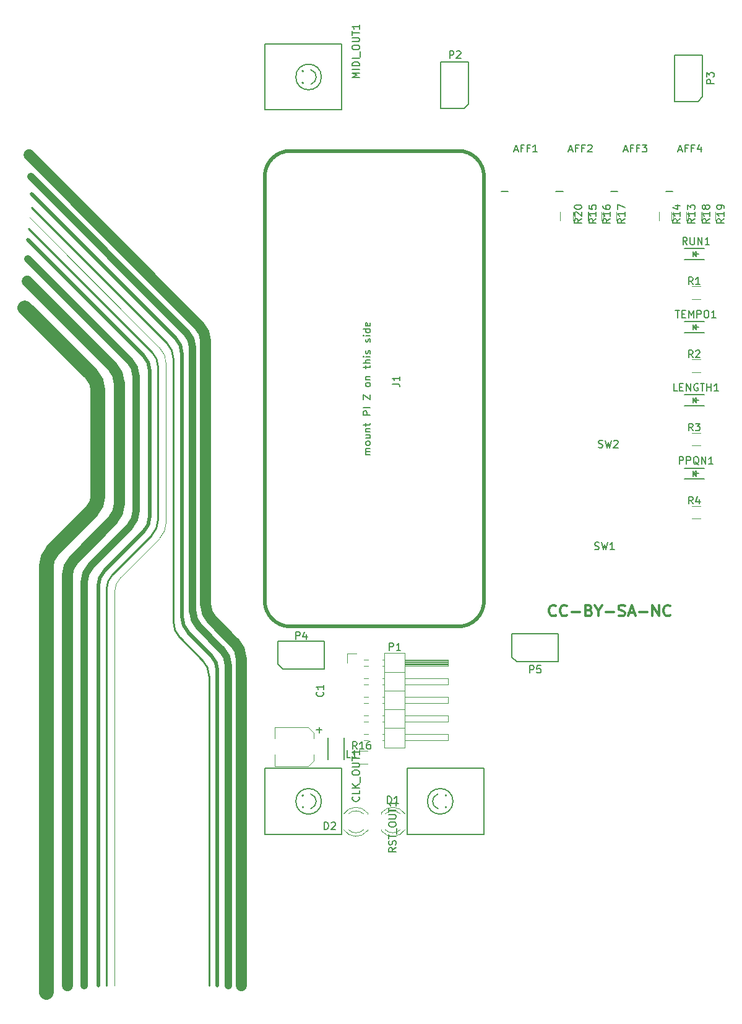
<source format=gbr>
G04 #@! TF.FileFunction,Legend,Top*
%FSLAX46Y46*%
G04 Gerber Fmt 4.6, Leading zero omitted, Abs format (unit mm)*
G04 Created by KiCad (PCBNEW 4.0.6) date 2018 February 20, Tuesday 14:46:14*
%MOMM*%
%LPD*%
G01*
G04 APERTURE LIST*
%ADD10C,0.100000*%
%ADD11C,1.500000*%
%ADD12C,1.000000*%
%ADD13C,0.500000*%
%ADD14C,0.250000*%
%ADD15C,2.000000*%
%ADD16C,0.300000*%
%ADD17C,0.120000*%
%ADD18C,0.150000*%
%ADD19C,0.200000*%
G04 APERTURE END LIST*
D10*
D11*
X-3222604Y-83949946D02*
X-3222604Y-128700000D01*
X-4102604Y-81829946D02*
G75*
G02X-3223924Y-83951266I-2121320J-2121320D01*
G01*
X-7202604Y-78719946D02*
X-4100000Y-81830000D01*
X-7203924Y-78721266D02*
G75*
G02X-8082604Y-76599946I2121320J2121320D01*
G01*
X-8090000Y-76600000D02*
X-8100000Y-40600000D01*
X-8970000Y-38480000D02*
G75*
G02X-8091320Y-40601320I-2121320J-2121320D01*
G01*
X-8970000Y-38480000D02*
X-32200000Y-15150000D01*
D12*
X-4992604Y-84879946D02*
X-4992604Y-128700000D01*
X-5872604Y-82759946D02*
G75*
G02X-4993924Y-84881266I-2121320J-2121320D01*
G01*
X-8972604Y-79649946D02*
X-5870000Y-82760000D01*
X-8973924Y-79651266D02*
G75*
G02X-9852604Y-77529946I2121320J2121320D01*
G01*
X-9860000Y-77550000D02*
X-9860000Y-41550000D01*
X-10740000Y-39410000D02*
G75*
G02X-9861320Y-41531320I-2121320J-2121320D01*
G01*
X-10740000Y-39410000D02*
X-32000000Y-18150000D01*
D13*
X-6462604Y-85649946D02*
X-6462604Y-128700000D01*
X-7342604Y-83529946D02*
G75*
G02X-6463924Y-85651266I-2121320J-2121320D01*
G01*
X-10442604Y-80419946D02*
X-7340000Y-83530000D01*
X-10443924Y-80421266D02*
G75*
G02X-11322604Y-78299946I2121320J2121320D01*
G01*
X-11330000Y-78300000D02*
X-11330000Y-42300000D01*
X-12210000Y-40180000D02*
G75*
G02X-11331320Y-42301320I-2121320J-2121320D01*
G01*
X-12210000Y-40180000D02*
X-31900000Y-20450000D01*
D14*
X-7622604Y-86349946D02*
X-7622604Y-128700000D01*
X-8502604Y-84229946D02*
G75*
G02X-7623924Y-86351266I-2121320J-2121320D01*
G01*
X-11602604Y-81119946D02*
X-8500000Y-84230000D01*
X-11603924Y-81121266D02*
G75*
G02X-12482604Y-78999946I2121320J2121320D01*
G01*
X-12490000Y-79000000D02*
X-12490000Y-43000000D01*
X-13370000Y-40880000D02*
G75*
G02X-12491320Y-43001320I-2121320J-2121320D01*
G01*
X-13370000Y-40880000D02*
X-31900000Y-22350000D01*
D10*
X-14370000Y-41530000D02*
X-32170000Y-23720000D01*
X-14370000Y-41530000D02*
G75*
G02X-13491320Y-43651320I-2121320J-2121320D01*
G01*
X-13490000Y-65400000D02*
X-13490000Y-43650000D01*
X-20550000Y-74970000D02*
X-20550000Y-128700000D01*
X-19670000Y-72850000D02*
G75*
G03X-20548680Y-74971320I2121320J-2121320D01*
G01*
X-14370000Y-67540000D02*
X-19670000Y-72850000D01*
X-14368680Y-67541320D02*
G75*
G03X-13490000Y-65420000I-2121320J2121320D01*
G01*
D14*
X-15470000Y-42030000D02*
X-32300000Y-25210000D01*
X-15470000Y-42030000D02*
G75*
G02X-14591320Y-44151320I-2121320J-2121320D01*
G01*
X-14590000Y-65000000D02*
X-14590000Y-44150000D01*
X-15468680Y-67141320D02*
G75*
G03X-14590000Y-65020000I-2121320J2121320D01*
G01*
X-15470000Y-67140000D02*
X-20770000Y-72450000D01*
X-20770000Y-72450000D02*
G75*
G03X-21648680Y-74571320I2121320J-2121320D01*
G01*
X-21650000Y-74570000D02*
X-21650000Y-128700000D01*
D13*
X-16600000Y-42550000D02*
X-32400000Y-26750000D01*
X-16600000Y-42550000D02*
G75*
G02X-15721320Y-44671320I-2121320J-2121320D01*
G01*
X-15720000Y-64500000D02*
X-15720000Y-44670000D01*
X-16598680Y-66661320D02*
G75*
G03X-15720000Y-64540000I-2121320J2121320D01*
G01*
X-16600000Y-66660000D02*
X-21900000Y-71970000D01*
X-21900000Y-71970000D02*
G75*
G03X-22778680Y-74091320I2121320J-2121320D01*
G01*
X-22780000Y-74090000D02*
X-22780000Y-128700000D01*
D12*
X-24700000Y-73500000D02*
X-24700000Y-128700000D01*
X-23821320Y-71378680D02*
G75*
G03X-24700000Y-73500000I2121320J-2121320D01*
G01*
X-18500000Y-66000000D02*
X-23800000Y-71300000D01*
X-18478680Y-65921320D02*
G75*
G03X-17600000Y-63800000I-2121320J2121320D01*
G01*
X-18500000Y-43250000D02*
G75*
G02X-17621320Y-45371320I-2121320J-2121320D01*
G01*
X-18500000Y-43250000D02*
X-32400000Y-29350000D01*
X-17600000Y-63800000D02*
X-17620000Y-45380000D01*
D11*
X-20900000Y-44050000D02*
X-32500000Y-32450000D01*
X-20800000Y-65100000D02*
X-26100000Y-70400000D01*
X-19900000Y-62900000D02*
X-19920000Y-46270000D01*
X-20778680Y-65021320D02*
G75*
G03X-19900000Y-62900000I-2121320J2121320D01*
G01*
X-20800000Y-44150000D02*
G75*
G02X-19921320Y-46271320I-2121320J-2121320D01*
G01*
X-27000000Y-72600000D02*
X-27000000Y-128700000D01*
X-26121320Y-70478680D02*
G75*
G03X-27000000Y-72600000I2121320J-2121320D01*
G01*
D15*
X-29900000Y-71400000D02*
X-29900000Y-129600000D01*
X-23800000Y-45050000D02*
X-32800000Y-36050000D01*
X-23700000Y-45150000D02*
G75*
G02X-22821320Y-47271320I-2121320J-2121320D01*
G01*
X-22800000Y-61700000D02*
X-22820000Y-47270000D01*
X-23700000Y-63900000D02*
X-29000000Y-69200000D01*
X-29021320Y-69278680D02*
G75*
G03X-29900000Y-71400000I2121320J-2121320D01*
G01*
X-23678680Y-63821320D02*
G75*
G03X-22800000Y-61700000I-2121320J2121320D01*
G01*
D16*
X39842858Y-78035714D02*
X39771429Y-78107143D01*
X39557143Y-78178571D01*
X39414286Y-78178571D01*
X39200001Y-78107143D01*
X39057143Y-77964286D01*
X38985715Y-77821429D01*
X38914286Y-77535714D01*
X38914286Y-77321429D01*
X38985715Y-77035714D01*
X39057143Y-76892857D01*
X39200001Y-76750000D01*
X39414286Y-76678571D01*
X39557143Y-76678571D01*
X39771429Y-76750000D01*
X39842858Y-76821429D01*
X41342858Y-78035714D02*
X41271429Y-78107143D01*
X41057143Y-78178571D01*
X40914286Y-78178571D01*
X40700001Y-78107143D01*
X40557143Y-77964286D01*
X40485715Y-77821429D01*
X40414286Y-77535714D01*
X40414286Y-77321429D01*
X40485715Y-77035714D01*
X40557143Y-76892857D01*
X40700001Y-76750000D01*
X40914286Y-76678571D01*
X41057143Y-76678571D01*
X41271429Y-76750000D01*
X41342858Y-76821429D01*
X41985715Y-77607143D02*
X43128572Y-77607143D01*
X44342858Y-77392857D02*
X44557144Y-77464286D01*
X44628572Y-77535714D01*
X44700001Y-77678571D01*
X44700001Y-77892857D01*
X44628572Y-78035714D01*
X44557144Y-78107143D01*
X44414286Y-78178571D01*
X43842858Y-78178571D01*
X43842858Y-76678571D01*
X44342858Y-76678571D01*
X44485715Y-76750000D01*
X44557144Y-76821429D01*
X44628572Y-76964286D01*
X44628572Y-77107143D01*
X44557144Y-77250000D01*
X44485715Y-77321429D01*
X44342858Y-77392857D01*
X43842858Y-77392857D01*
X45628572Y-77464286D02*
X45628572Y-78178571D01*
X45128572Y-76678571D02*
X45628572Y-77464286D01*
X46128572Y-76678571D01*
X46628572Y-77607143D02*
X47771429Y-77607143D01*
X48414286Y-78107143D02*
X48628572Y-78178571D01*
X48985715Y-78178571D01*
X49128572Y-78107143D01*
X49200001Y-78035714D01*
X49271429Y-77892857D01*
X49271429Y-77750000D01*
X49200001Y-77607143D01*
X49128572Y-77535714D01*
X48985715Y-77464286D01*
X48700001Y-77392857D01*
X48557143Y-77321429D01*
X48485715Y-77250000D01*
X48414286Y-77107143D01*
X48414286Y-76964286D01*
X48485715Y-76821429D01*
X48557143Y-76750000D01*
X48700001Y-76678571D01*
X49057143Y-76678571D01*
X49271429Y-76750000D01*
X49842857Y-77750000D02*
X50557143Y-77750000D01*
X49700000Y-78178571D02*
X50200000Y-76678571D01*
X50700000Y-78178571D01*
X51200000Y-77607143D02*
X52342857Y-77607143D01*
X53057143Y-78178571D02*
X53057143Y-76678571D01*
X53914286Y-78178571D01*
X53914286Y-76678571D01*
X55485715Y-78035714D02*
X55414286Y-78107143D01*
X55200000Y-78178571D01*
X55057143Y-78178571D01*
X54842858Y-78107143D01*
X54700000Y-77964286D01*
X54628572Y-77821429D01*
X54557143Y-77535714D01*
X54557143Y-77321429D01*
X54628572Y-77035714D01*
X54700000Y-76892857D01*
X54842858Y-76750000D01*
X55057143Y-76678571D01*
X55200000Y-76678571D01*
X55414286Y-76750000D01*
X55485715Y-76821429D01*
D17*
X16380000Y-83190000D02*
X16380000Y-85850000D01*
X16380000Y-85850000D02*
X19120000Y-85850000D01*
X19120000Y-85850000D02*
X19120000Y-83190000D01*
X19120000Y-83190000D02*
X16380000Y-83190000D01*
X19120000Y-84140000D02*
X19120000Y-85020000D01*
X19120000Y-85020000D02*
X25120000Y-85020000D01*
X25120000Y-85020000D02*
X25120000Y-84140000D01*
X25120000Y-84140000D02*
X19120000Y-84140000D01*
X16070000Y-84140000D02*
X16380000Y-84140000D01*
X16070000Y-85020000D02*
X16380000Y-85020000D01*
X13530000Y-84140000D02*
X14130000Y-84140000D01*
X13530000Y-85020000D02*
X14130000Y-85020000D01*
X19120000Y-84260000D02*
X25120000Y-84260000D01*
X19120000Y-84380000D02*
X25120000Y-84380000D01*
X19120000Y-84500000D02*
X25120000Y-84500000D01*
X19120000Y-84620000D02*
X25120000Y-84620000D01*
X19120000Y-84740000D02*
X25120000Y-84740000D01*
X19120000Y-84860000D02*
X25120000Y-84860000D01*
X19120000Y-84980000D02*
X25120000Y-84980000D01*
X16380000Y-85850000D02*
X16380000Y-88390000D01*
X16380000Y-88390000D02*
X19120000Y-88390000D01*
X19120000Y-88390000D02*
X19120000Y-85850000D01*
X19120000Y-85850000D02*
X16380000Y-85850000D01*
X19120000Y-86680000D02*
X19120000Y-87560000D01*
X19120000Y-87560000D02*
X25120000Y-87560000D01*
X25120000Y-87560000D02*
X25120000Y-86680000D01*
X25120000Y-86680000D02*
X19120000Y-86680000D01*
X16070000Y-86680000D02*
X16380000Y-86680000D01*
X16070000Y-87560000D02*
X16380000Y-87560000D01*
X13530000Y-86680000D02*
X14130000Y-86680000D01*
X13530000Y-87560000D02*
X14130000Y-87560000D01*
X16380000Y-88390000D02*
X16380000Y-90930000D01*
X16380000Y-90930000D02*
X19120000Y-90930000D01*
X19120000Y-90930000D02*
X19120000Y-88390000D01*
X19120000Y-88390000D02*
X16380000Y-88390000D01*
X19120000Y-89220000D02*
X19120000Y-90100000D01*
X19120000Y-90100000D02*
X25120000Y-90100000D01*
X25120000Y-90100000D02*
X25120000Y-89220000D01*
X25120000Y-89220000D02*
X19120000Y-89220000D01*
X16070000Y-89220000D02*
X16380000Y-89220000D01*
X16070000Y-90100000D02*
X16380000Y-90100000D01*
X13530000Y-89220000D02*
X14130000Y-89220000D01*
X13530000Y-90100000D02*
X14130000Y-90100000D01*
X16380000Y-90930000D02*
X16380000Y-93470000D01*
X16380000Y-93470000D02*
X19120000Y-93470000D01*
X19120000Y-93470000D02*
X19120000Y-90930000D01*
X19120000Y-90930000D02*
X16380000Y-90930000D01*
X19120000Y-91760000D02*
X19120000Y-92640000D01*
X19120000Y-92640000D02*
X25120000Y-92640000D01*
X25120000Y-92640000D02*
X25120000Y-91760000D01*
X25120000Y-91760000D02*
X19120000Y-91760000D01*
X16070000Y-91760000D02*
X16380000Y-91760000D01*
X16070000Y-92640000D02*
X16380000Y-92640000D01*
X13530000Y-91760000D02*
X14130000Y-91760000D01*
X13530000Y-92640000D02*
X14130000Y-92640000D01*
X16380000Y-93470000D02*
X16380000Y-96130000D01*
X16380000Y-96130000D02*
X19120000Y-96130000D01*
X19120000Y-96130000D02*
X19120000Y-93470000D01*
X19120000Y-93470000D02*
X16380000Y-93470000D01*
X19120000Y-94300000D02*
X19120000Y-95180000D01*
X19120000Y-95180000D02*
X25120000Y-95180000D01*
X25120000Y-95180000D02*
X25120000Y-94300000D01*
X25120000Y-94300000D02*
X19120000Y-94300000D01*
X16070000Y-94300000D02*
X16380000Y-94300000D01*
X16070000Y-95180000D02*
X16380000Y-95180000D01*
X13530000Y-94300000D02*
X14130000Y-94300000D01*
X13530000Y-95180000D02*
X14130000Y-95180000D01*
X11290000Y-84580000D02*
X11290000Y-83310000D01*
X11290000Y-83310000D02*
X12560000Y-83310000D01*
X1380000Y-98690000D02*
X1380000Y-97140000D01*
X1380000Y-93360000D02*
X1380000Y-94910000D01*
X6720000Y-94120000D02*
X6720000Y-94910000D01*
X6720000Y-97930000D02*
X6720000Y-97140000D01*
X1380000Y-98690000D02*
X5960000Y-98690000D01*
X5960000Y-98690000D02*
X6720000Y-97930000D01*
X6720000Y-94120000D02*
X5960000Y-93360000D01*
X5960000Y-93360000D02*
X1380000Y-93360000D01*
D18*
X8650000Y-97800000D02*
X8650000Y-94800000D01*
X10850000Y-97800000D02*
X10850000Y-94800000D01*
X27905000Y-8180000D02*
X27270000Y-8815000D01*
X27905000Y-2465000D02*
X24095000Y-2465000D01*
X27905000Y-8180000D02*
X27905000Y-2465000D01*
X24095000Y-8815000D02*
X27270000Y-8815000D01*
X24095000Y-2465000D02*
X24095000Y-8815000D01*
X2460000Y-85405000D02*
X1825000Y-84770000D01*
X8175000Y-85405000D02*
X8175000Y-81595000D01*
X2460000Y-85405000D02*
X8175000Y-85405000D01*
X1825000Y-81595000D02*
X1825000Y-84770000D01*
X8175000Y-81595000D02*
X1825000Y-81595000D01*
D13*
X3500000Y-14600000D02*
X26500000Y-14600000D01*
X0Y-76100000D02*
X0Y-18100000D01*
X26500000Y-79600000D02*
X3500000Y-79600000D01*
X29999995Y-18093891D02*
G75*
G03X26500000Y-14600000I-3499995J-6109D01*
G01*
X3500000Y-14600000D02*
G75*
G03X0Y-18100000I0J-3500000D01*
G01*
X0Y-76100000D02*
G75*
G03X3500000Y-79600000I3500000J0D01*
G01*
X26500000Y-79600000D02*
G75*
G03X30000000Y-76100000I0J3500000D01*
G01*
X30000000Y-18100000D02*
X30000000Y-76100000D01*
D17*
X14100000Y-98380000D02*
X12900000Y-98380000D01*
X12900000Y-96620000D02*
X14100000Y-96620000D01*
X19192335Y-105221392D02*
G75*
G03X15960000Y-105064484I-1672335J-1078608D01*
G01*
X19192335Y-107378608D02*
G75*
G02X15960000Y-107535516I-1672335J1078608D01*
G01*
X18561130Y-105220163D02*
G75*
G03X16479039Y-105220000I-1041130J-1079837D01*
G01*
X18561130Y-107379837D02*
G75*
G02X16479039Y-107380000I-1041130J1079837D01*
G01*
X15960000Y-105064000D02*
X15960000Y-105220000D01*
X15960000Y-107380000D02*
X15960000Y-107536000D01*
X10807665Y-107378608D02*
G75*
G03X14040000Y-107535516I1672335J1078608D01*
G01*
X10807665Y-105221392D02*
G75*
G02X14040000Y-105064484I1672335J-1078608D01*
G01*
X11438870Y-107379837D02*
G75*
G03X13520961Y-107380000I1041130J1079837D01*
G01*
X11438870Y-105220163D02*
G75*
G02X13520961Y-105220000I1041130J-1079837D01*
G01*
X14040000Y-107536000D02*
X14040000Y-107380000D01*
X14040000Y-105220000D02*
X14040000Y-105064000D01*
D18*
X23700000Y-102500000D02*
G75*
G03X23700000Y-104500000I300000J-1000000D01*
G01*
D19*
X24900000Y-104300000D02*
G75*
G03X24900000Y-104300000I-100000J0D01*
G01*
X24900000Y-102700000D02*
G75*
G03X24900000Y-102700000I-100000J0D01*
G01*
D18*
X25750000Y-103500000D02*
G75*
G03X25750000Y-103500000I-1750000J0D01*
G01*
X30000000Y-99000000D02*
X30000000Y-108000000D01*
X30000000Y-108000000D02*
X19500000Y-108000000D01*
X19500000Y-108000000D02*
X19500000Y-99000000D01*
X19500000Y-99000000D02*
X30000000Y-99000000D01*
X6300000Y-5500000D02*
G75*
G03X6300000Y-3500000I-300000J1000000D01*
G01*
D19*
X5300000Y-3700000D02*
G75*
G03X5300000Y-3700000I-100000J0D01*
G01*
X5300000Y-5300000D02*
G75*
G03X5300000Y-5300000I-100000J0D01*
G01*
D18*
X7750000Y-4500000D02*
G75*
G03X7750000Y-4500000I-1750000J0D01*
G01*
X0Y-9000000D02*
X0Y0D01*
X0Y0D02*
X10500000Y0D01*
X10500000Y0D02*
X10500000Y-9000000D01*
X10500000Y-9000000D02*
X0Y-9000000D01*
X6300000Y-104500000D02*
G75*
G03X6300000Y-102500000I-300000J1000000D01*
G01*
D19*
X5300000Y-102700000D02*
G75*
G03X5300000Y-102700000I-100000J0D01*
G01*
X5300000Y-104300000D02*
G75*
G03X5300000Y-104300000I-100000J0D01*
G01*
D18*
X7750000Y-103500000D02*
G75*
G03X7750000Y-103500000I-1750000J0D01*
G01*
X0Y-108000000D02*
X0Y-99000000D01*
X0Y-99000000D02*
X10500000Y-99000000D01*
X10500000Y-99000000D02*
X10500000Y-108000000D01*
X10500000Y-108000000D02*
X0Y-108000000D01*
X39850000Y-20100000D02*
X40800000Y-20100000D01*
X32350000Y-20100000D02*
X33300000Y-20100000D01*
X47350000Y-20100000D02*
X48300000Y-20100000D01*
X54850000Y-20100000D02*
X55800000Y-20100000D01*
X59905000Y-7210000D02*
X59270000Y-7845000D01*
X59905000Y-1495000D02*
X56095000Y-1495000D01*
X59905000Y-7210000D02*
X59905000Y-1495000D01*
X56095000Y-7845000D02*
X59270000Y-7845000D01*
X56095000Y-1495000D02*
X56095000Y-7845000D01*
D17*
X59600000Y-34880000D02*
X58400000Y-34880000D01*
X58400000Y-33120000D02*
X59600000Y-33120000D01*
X59600000Y-44880000D02*
X58400000Y-44880000D01*
X58400000Y-43120000D02*
X59600000Y-43120000D01*
X59600000Y-54880000D02*
X58400000Y-54880000D01*
X58400000Y-53120000D02*
X59600000Y-53120000D01*
X59600000Y-64880000D02*
X58400000Y-64880000D01*
X58400000Y-63120000D02*
X59600000Y-63120000D01*
X55920000Y-24100000D02*
X55920000Y-22900000D01*
X57680000Y-22900000D02*
X57680000Y-24100000D01*
X53920000Y-24100000D02*
X53920000Y-22900000D01*
X55680000Y-22900000D02*
X55680000Y-24100000D01*
X42420000Y-24100000D02*
X42420000Y-22900000D01*
X44180000Y-22900000D02*
X44180000Y-24100000D01*
X44320000Y-24100000D02*
X44320000Y-22900000D01*
X46080000Y-22900000D02*
X46080000Y-24100000D01*
X46320000Y-24100000D02*
X46320000Y-22900000D01*
X48080000Y-22900000D02*
X48080000Y-24100000D01*
X57920000Y-24100000D02*
X57920000Y-22900000D01*
X59680000Y-22900000D02*
X59680000Y-24100000D01*
X59920000Y-24100000D02*
X59920000Y-22900000D01*
X61680000Y-22900000D02*
X61680000Y-24100000D01*
X40420000Y-24100000D02*
X40420000Y-22900000D01*
X42180000Y-22900000D02*
X42180000Y-24100000D01*
D18*
X57400000Y-49450000D02*
X60100000Y-49450000D01*
X57400000Y-47950000D02*
X60100000Y-47950000D01*
X58900000Y-48850000D02*
X58900000Y-48600000D01*
X58900000Y-48600000D02*
X58750000Y-48750000D01*
X58650000Y-48350000D02*
X58650000Y-49050000D01*
X59000000Y-48700000D02*
X59350000Y-48700000D01*
X58650000Y-48700000D02*
X59000000Y-48350000D01*
X59000000Y-48350000D02*
X59000000Y-49050000D01*
X59000000Y-49050000D02*
X58650000Y-48700000D01*
X57400000Y-59450000D02*
X60100000Y-59450000D01*
X57400000Y-57950000D02*
X60100000Y-57950000D01*
X58900000Y-58850000D02*
X58900000Y-58600000D01*
X58900000Y-58600000D02*
X58750000Y-58750000D01*
X58650000Y-58350000D02*
X58650000Y-59050000D01*
X59000000Y-58700000D02*
X59350000Y-58700000D01*
X58650000Y-58700000D02*
X59000000Y-58350000D01*
X59000000Y-58350000D02*
X59000000Y-59050000D01*
X59000000Y-59050000D02*
X58650000Y-58700000D01*
X57400000Y-29450000D02*
X60100000Y-29450000D01*
X57400000Y-27950000D02*
X60100000Y-27950000D01*
X58900000Y-28850000D02*
X58900000Y-28600000D01*
X58900000Y-28600000D02*
X58750000Y-28750000D01*
X58650000Y-28350000D02*
X58650000Y-29050000D01*
X59000000Y-28700000D02*
X59350000Y-28700000D01*
X58650000Y-28700000D02*
X59000000Y-28350000D01*
X59000000Y-28350000D02*
X59000000Y-29050000D01*
X59000000Y-29050000D02*
X58650000Y-28700000D01*
X57400000Y-39450000D02*
X60100000Y-39450000D01*
X57400000Y-37950000D02*
X60100000Y-37950000D01*
X58900000Y-38850000D02*
X58900000Y-38600000D01*
X58900000Y-38600000D02*
X58750000Y-38750000D01*
X58650000Y-38350000D02*
X58650000Y-39050000D01*
X59000000Y-38700000D02*
X59350000Y-38700000D01*
X58650000Y-38700000D02*
X59000000Y-38350000D01*
X59000000Y-38350000D02*
X59000000Y-39050000D01*
X59000000Y-39050000D02*
X58650000Y-38700000D01*
X34460000Y-84405000D02*
X33825000Y-83770000D01*
X40175000Y-84405000D02*
X40175000Y-80595000D01*
X34460000Y-84405000D02*
X40175000Y-84405000D01*
X33825000Y-80595000D02*
X33825000Y-83770000D01*
X40175000Y-80595000D02*
X33825000Y-80595000D01*
X17061905Y-82852381D02*
X17061905Y-81852381D01*
X17442858Y-81852381D01*
X17538096Y-81900000D01*
X17585715Y-81947619D01*
X17633334Y-82042857D01*
X17633334Y-82185714D01*
X17585715Y-82280952D01*
X17538096Y-82328571D01*
X17442858Y-82376190D01*
X17061905Y-82376190D01*
X18585715Y-82852381D02*
X18014286Y-82852381D01*
X18300000Y-82852381D02*
X18300000Y-81852381D01*
X18204762Y-81995238D01*
X18109524Y-82090476D01*
X18014286Y-82138095D01*
X7957143Y-88566666D02*
X8004762Y-88614285D01*
X8052381Y-88757142D01*
X8052381Y-88852380D01*
X8004762Y-88995238D01*
X7909524Y-89090476D01*
X7814286Y-89138095D01*
X7623810Y-89185714D01*
X7480952Y-89185714D01*
X7290476Y-89138095D01*
X7195238Y-89090476D01*
X7100000Y-88995238D01*
X7052381Y-88852380D01*
X7052381Y-88757142D01*
X7100000Y-88614285D01*
X7147619Y-88566666D01*
X8052381Y-87614285D02*
X8052381Y-88185714D01*
X8052381Y-87900000D02*
X7052381Y-87900000D01*
X7195238Y-87995238D01*
X7290476Y-88090476D01*
X7338095Y-88185714D01*
X7049048Y-93731429D02*
X7810953Y-93731429D01*
X7430001Y-94112381D02*
X7430001Y-93350476D01*
X11733334Y-97552381D02*
X11257143Y-97552381D01*
X11257143Y-96552381D01*
X12590477Y-97552381D02*
X12019048Y-97552381D01*
X12304762Y-97552381D02*
X12304762Y-96552381D01*
X12209524Y-96695238D01*
X12114286Y-96790476D01*
X12019048Y-96838095D01*
X25296905Y-1952381D02*
X25296905Y-952381D01*
X25677858Y-952381D01*
X25773096Y-1000000D01*
X25820715Y-1047619D01*
X25868334Y-1142857D01*
X25868334Y-1285714D01*
X25820715Y-1380952D01*
X25773096Y-1428571D01*
X25677858Y-1476190D01*
X25296905Y-1476190D01*
X26249286Y-1047619D02*
X26296905Y-1000000D01*
X26392143Y-952381D01*
X26630239Y-952381D01*
X26725477Y-1000000D01*
X26773096Y-1047619D01*
X26820715Y-1142857D01*
X26820715Y-1238095D01*
X26773096Y-1380952D01*
X26201667Y-1952381D01*
X26820715Y-1952381D01*
X4261905Y-81352381D02*
X4261905Y-80352381D01*
X4642858Y-80352381D01*
X4738096Y-80400000D01*
X4785715Y-80447619D01*
X4833334Y-80542857D01*
X4833334Y-80685714D01*
X4785715Y-80780952D01*
X4738096Y-80828571D01*
X4642858Y-80876190D01*
X4261905Y-80876190D01*
X5690477Y-80685714D02*
X5690477Y-81352381D01*
X5452381Y-80304762D02*
X5214286Y-81019048D01*
X5833334Y-81019048D01*
X17452381Y-46433333D02*
X18166667Y-46433333D01*
X18309524Y-46480953D01*
X18404762Y-46576191D01*
X18452381Y-46719048D01*
X18452381Y-46814286D01*
X18452381Y-45433333D02*
X18452381Y-46004762D01*
X18452381Y-45719048D02*
X17452381Y-45719048D01*
X17595238Y-45814286D01*
X17690476Y-45909524D01*
X17738095Y-46004762D01*
X14452381Y-56100001D02*
X13785714Y-56100001D01*
X13880952Y-56100001D02*
X13833333Y-56052382D01*
X13785714Y-55957144D01*
X13785714Y-55814286D01*
X13833333Y-55719048D01*
X13928571Y-55671429D01*
X14452381Y-55671429D01*
X13928571Y-55671429D02*
X13833333Y-55623810D01*
X13785714Y-55528572D01*
X13785714Y-55385715D01*
X13833333Y-55290477D01*
X13928571Y-55242858D01*
X14452381Y-55242858D01*
X14452381Y-54623811D02*
X14404762Y-54719049D01*
X14357143Y-54766668D01*
X14261905Y-54814287D01*
X13976190Y-54814287D01*
X13880952Y-54766668D01*
X13833333Y-54719049D01*
X13785714Y-54623811D01*
X13785714Y-54480953D01*
X13833333Y-54385715D01*
X13880952Y-54338096D01*
X13976190Y-54290477D01*
X14261905Y-54290477D01*
X14357143Y-54338096D01*
X14404762Y-54385715D01*
X14452381Y-54480953D01*
X14452381Y-54623811D01*
X13785714Y-53433334D02*
X14452381Y-53433334D01*
X13785714Y-53861906D02*
X14309524Y-53861906D01*
X14404762Y-53814287D01*
X14452381Y-53719049D01*
X14452381Y-53576191D01*
X14404762Y-53480953D01*
X14357143Y-53433334D01*
X13785714Y-52957144D02*
X14452381Y-52957144D01*
X13880952Y-52957144D02*
X13833333Y-52909525D01*
X13785714Y-52814287D01*
X13785714Y-52671429D01*
X13833333Y-52576191D01*
X13928571Y-52528572D01*
X14452381Y-52528572D01*
X13785714Y-52195239D02*
X13785714Y-51814287D01*
X13452381Y-52052382D02*
X14309524Y-52052382D01*
X14404762Y-52004763D01*
X14452381Y-51909525D01*
X14452381Y-51814287D01*
X14452381Y-50719048D02*
X13452381Y-50719048D01*
X13452381Y-50338095D01*
X13500000Y-50242857D01*
X13547619Y-50195238D01*
X13642857Y-50147619D01*
X13785714Y-50147619D01*
X13880952Y-50195238D01*
X13928571Y-50242857D01*
X13976190Y-50338095D01*
X13976190Y-50719048D01*
X14452381Y-49719048D02*
X13452381Y-49719048D01*
X13452381Y-48576191D02*
X13452381Y-47909524D01*
X14452381Y-48576191D01*
X14452381Y-47909524D01*
X14452381Y-46623810D02*
X14404762Y-46719048D01*
X14357143Y-46766667D01*
X14261905Y-46814286D01*
X13976190Y-46814286D01*
X13880952Y-46766667D01*
X13833333Y-46719048D01*
X13785714Y-46623810D01*
X13785714Y-46480952D01*
X13833333Y-46385714D01*
X13880952Y-46338095D01*
X13976190Y-46290476D01*
X14261905Y-46290476D01*
X14357143Y-46338095D01*
X14404762Y-46385714D01*
X14452381Y-46480952D01*
X14452381Y-46623810D01*
X13785714Y-45861905D02*
X14452381Y-45861905D01*
X13880952Y-45861905D02*
X13833333Y-45814286D01*
X13785714Y-45719048D01*
X13785714Y-45576190D01*
X13833333Y-45480952D01*
X13928571Y-45433333D01*
X14452381Y-45433333D01*
X13785714Y-44338095D02*
X13785714Y-43957143D01*
X13452381Y-44195238D02*
X14309524Y-44195238D01*
X14404762Y-44147619D01*
X14452381Y-44052381D01*
X14452381Y-43957143D01*
X14452381Y-43623809D02*
X13452381Y-43623809D01*
X14452381Y-43195237D02*
X13928571Y-43195237D01*
X13833333Y-43242856D01*
X13785714Y-43338094D01*
X13785714Y-43480952D01*
X13833333Y-43576190D01*
X13880952Y-43623809D01*
X14452381Y-42719047D02*
X13785714Y-42719047D01*
X13452381Y-42719047D02*
X13500000Y-42766666D01*
X13547619Y-42719047D01*
X13500000Y-42671428D01*
X13452381Y-42719047D01*
X13547619Y-42719047D01*
X14404762Y-42290476D02*
X14452381Y-42195238D01*
X14452381Y-42004762D01*
X14404762Y-41909523D01*
X14309524Y-41861904D01*
X14261905Y-41861904D01*
X14166667Y-41909523D01*
X14119048Y-42004762D01*
X14119048Y-42147619D01*
X14071429Y-42242857D01*
X13976190Y-42290476D01*
X13928571Y-42290476D01*
X13833333Y-42242857D01*
X13785714Y-42147619D01*
X13785714Y-42004762D01*
X13833333Y-41909523D01*
X14404762Y-40719047D02*
X14452381Y-40623809D01*
X14452381Y-40433333D01*
X14404762Y-40338094D01*
X14309524Y-40290475D01*
X14261905Y-40290475D01*
X14166667Y-40338094D01*
X14119048Y-40433333D01*
X14119048Y-40576190D01*
X14071429Y-40671428D01*
X13976190Y-40719047D01*
X13928571Y-40719047D01*
X13833333Y-40671428D01*
X13785714Y-40576190D01*
X13785714Y-40433333D01*
X13833333Y-40338094D01*
X14452381Y-39861904D02*
X13785714Y-39861904D01*
X13452381Y-39861904D02*
X13500000Y-39909523D01*
X13547619Y-39861904D01*
X13500000Y-39814285D01*
X13452381Y-39861904D01*
X13547619Y-39861904D01*
X14452381Y-38957142D02*
X13452381Y-38957142D01*
X14404762Y-38957142D02*
X14452381Y-39052380D01*
X14452381Y-39242857D01*
X14404762Y-39338095D01*
X14357143Y-39385714D01*
X14261905Y-39433333D01*
X13976190Y-39433333D01*
X13880952Y-39385714D01*
X13833333Y-39338095D01*
X13785714Y-39242857D01*
X13785714Y-39052380D01*
X13833333Y-38957142D01*
X14404762Y-38099999D02*
X14452381Y-38195237D01*
X14452381Y-38385714D01*
X14404762Y-38480952D01*
X14309524Y-38528571D01*
X13928571Y-38528571D01*
X13833333Y-38480952D01*
X13785714Y-38385714D01*
X13785714Y-38195237D01*
X13833333Y-38099999D01*
X13928571Y-38052380D01*
X14023810Y-38052380D01*
X14119048Y-38528571D01*
X12607143Y-96352381D02*
X12273809Y-95876190D01*
X12035714Y-96352381D02*
X12035714Y-95352381D01*
X12416667Y-95352381D01*
X12511905Y-95400000D01*
X12559524Y-95447619D01*
X12607143Y-95542857D01*
X12607143Y-95685714D01*
X12559524Y-95780952D01*
X12511905Y-95828571D01*
X12416667Y-95876190D01*
X12035714Y-95876190D01*
X13559524Y-96352381D02*
X12988095Y-96352381D01*
X13273809Y-96352381D02*
X13273809Y-95352381D01*
X13178571Y-95495238D01*
X13083333Y-95590476D01*
X12988095Y-95638095D01*
X14416667Y-95352381D02*
X14226190Y-95352381D01*
X14130952Y-95400000D01*
X14083333Y-95447619D01*
X13988095Y-95590476D01*
X13940476Y-95780952D01*
X13940476Y-96161905D01*
X13988095Y-96257143D01*
X14035714Y-96304762D01*
X14130952Y-96352381D01*
X14321429Y-96352381D01*
X14416667Y-96304762D01*
X14464286Y-96257143D01*
X14511905Y-96161905D01*
X14511905Y-95923810D01*
X14464286Y-95828571D01*
X14416667Y-95780952D01*
X14321429Y-95733333D01*
X14130952Y-95733333D01*
X14035714Y-95780952D01*
X13988095Y-95828571D01*
X13940476Y-95923810D01*
X16781905Y-103792381D02*
X16781905Y-102792381D01*
X17020000Y-102792381D01*
X17162858Y-102840000D01*
X17258096Y-102935238D01*
X17305715Y-103030476D01*
X17353334Y-103220952D01*
X17353334Y-103363810D01*
X17305715Y-103554286D01*
X17258096Y-103649524D01*
X17162858Y-103744762D01*
X17020000Y-103792381D01*
X16781905Y-103792381D01*
X18305715Y-103792381D02*
X17734286Y-103792381D01*
X18020000Y-103792381D02*
X18020000Y-102792381D01*
X17924762Y-102935238D01*
X17829524Y-103030476D01*
X17734286Y-103078095D01*
X8161905Y-107352381D02*
X8161905Y-106352381D01*
X8400000Y-106352381D01*
X8542858Y-106400000D01*
X8638096Y-106495238D01*
X8685715Y-106590476D01*
X8733334Y-106780952D01*
X8733334Y-106923810D01*
X8685715Y-107114286D01*
X8638096Y-107209524D01*
X8542858Y-107304762D01*
X8400000Y-107352381D01*
X8161905Y-107352381D01*
X9114286Y-106447619D02*
X9161905Y-106400000D01*
X9257143Y-106352381D01*
X9495239Y-106352381D01*
X9590477Y-106400000D01*
X9638096Y-106447619D01*
X9685715Y-106542857D01*
X9685715Y-106638095D01*
X9638096Y-106780952D01*
X9066667Y-107352381D01*
X9685715Y-107352381D01*
X17952381Y-109833333D02*
X17476190Y-110166667D01*
X17952381Y-110404762D02*
X16952381Y-110404762D01*
X16952381Y-110023809D01*
X17000000Y-109928571D01*
X17047619Y-109880952D01*
X17142857Y-109833333D01*
X17285714Y-109833333D01*
X17380952Y-109880952D01*
X17428571Y-109928571D01*
X17476190Y-110023809D01*
X17476190Y-110404762D01*
X17904762Y-109452381D02*
X17952381Y-109309524D01*
X17952381Y-109071428D01*
X17904762Y-108976190D01*
X17857143Y-108928571D01*
X17761905Y-108880952D01*
X17666667Y-108880952D01*
X17571429Y-108928571D01*
X17523810Y-108976190D01*
X17476190Y-109071428D01*
X17428571Y-109261905D01*
X17380952Y-109357143D01*
X17333333Y-109404762D01*
X17238095Y-109452381D01*
X17142857Y-109452381D01*
X17047619Y-109404762D01*
X17000000Y-109357143D01*
X16952381Y-109261905D01*
X16952381Y-109023809D01*
X17000000Y-108880952D01*
X16952381Y-108595238D02*
X16952381Y-108023809D01*
X17952381Y-108309524D02*
X16952381Y-108309524D01*
X18047619Y-107928571D02*
X18047619Y-107166666D01*
X16952381Y-106738095D02*
X16952381Y-106547618D01*
X17000000Y-106452380D01*
X17095238Y-106357142D01*
X17285714Y-106309523D01*
X17619048Y-106309523D01*
X17809524Y-106357142D01*
X17904762Y-106452380D01*
X17952381Y-106547618D01*
X17952381Y-106738095D01*
X17904762Y-106833333D01*
X17809524Y-106928571D01*
X17619048Y-106976190D01*
X17285714Y-106976190D01*
X17095238Y-106928571D01*
X17000000Y-106833333D01*
X16952381Y-106738095D01*
X16952381Y-105880952D02*
X17761905Y-105880952D01*
X17857143Y-105833333D01*
X17904762Y-105785714D01*
X17952381Y-105690476D01*
X17952381Y-105499999D01*
X17904762Y-105404761D01*
X17857143Y-105357142D01*
X17761905Y-105309523D01*
X16952381Y-105309523D01*
X16952381Y-104976190D02*
X16952381Y-104404761D01*
X17952381Y-104690476D02*
X16952381Y-104690476D01*
X17952381Y-103547618D02*
X17952381Y-104119047D01*
X17952381Y-103833333D02*
X16952381Y-103833333D01*
X17095238Y-103928571D01*
X17190476Y-104023809D01*
X17238095Y-104119047D01*
X12952381Y-4595238D02*
X11952381Y-4595238D01*
X12666667Y-4261904D01*
X11952381Y-3928571D01*
X12952381Y-3928571D01*
X12952381Y-3452381D02*
X11952381Y-3452381D01*
X12952381Y-2976191D02*
X11952381Y-2976191D01*
X11952381Y-2738096D01*
X12000000Y-2595238D01*
X12095238Y-2500000D01*
X12190476Y-2452381D01*
X12380952Y-2404762D01*
X12523810Y-2404762D01*
X12714286Y-2452381D01*
X12809524Y-2500000D01*
X12904762Y-2595238D01*
X12952381Y-2738096D01*
X12952381Y-2976191D01*
X12952381Y-1976191D02*
X11952381Y-1976191D01*
X13047619Y-1738096D02*
X13047619Y-976191D01*
X11952381Y-547620D02*
X11952381Y-357143D01*
X12000000Y-261905D01*
X12095238Y-166667D01*
X12285714Y-119048D01*
X12619048Y-119048D01*
X12809524Y-166667D01*
X12904762Y-261905D01*
X12952381Y-357143D01*
X12952381Y-547620D01*
X12904762Y-642858D01*
X12809524Y-738096D01*
X12619048Y-785715D01*
X12285714Y-785715D01*
X12095238Y-738096D01*
X12000000Y-642858D01*
X11952381Y-547620D01*
X11952381Y309523D02*
X12761905Y309523D01*
X12857143Y357142D01*
X12904762Y404761D01*
X12952381Y499999D01*
X12952381Y690476D01*
X12904762Y785714D01*
X12857143Y833333D01*
X12761905Y880952D01*
X11952381Y880952D01*
X11952381Y1214285D02*
X11952381Y1785714D01*
X12952381Y1499999D02*
X11952381Y1499999D01*
X12952381Y2642857D02*
X12952381Y2071428D01*
X12952381Y2357142D02*
X11952381Y2357142D01*
X12095238Y2261904D01*
X12190476Y2166666D01*
X12238095Y2071428D01*
X12857143Y-102880952D02*
X12904762Y-102928571D01*
X12952381Y-103071428D01*
X12952381Y-103166666D01*
X12904762Y-103309524D01*
X12809524Y-103404762D01*
X12714286Y-103452381D01*
X12523810Y-103500000D01*
X12380952Y-103500000D01*
X12190476Y-103452381D01*
X12095238Y-103404762D01*
X12000000Y-103309524D01*
X11952381Y-103166666D01*
X11952381Y-103071428D01*
X12000000Y-102928571D01*
X12047619Y-102880952D01*
X12952381Y-101976190D02*
X12952381Y-102452381D01*
X11952381Y-102452381D01*
X12952381Y-101642857D02*
X11952381Y-101642857D01*
X12952381Y-101071428D02*
X12380952Y-101500000D01*
X11952381Y-101071428D02*
X12523810Y-101642857D01*
X13047619Y-100880952D02*
X13047619Y-100119047D01*
X11952381Y-99690476D02*
X11952381Y-99499999D01*
X12000000Y-99404761D01*
X12095238Y-99309523D01*
X12285714Y-99261904D01*
X12619048Y-99261904D01*
X12809524Y-99309523D01*
X12904762Y-99404761D01*
X12952381Y-99499999D01*
X12952381Y-99690476D01*
X12904762Y-99785714D01*
X12809524Y-99880952D01*
X12619048Y-99928571D01*
X12285714Y-99928571D01*
X12095238Y-99880952D01*
X12000000Y-99785714D01*
X11952381Y-99690476D01*
X11952381Y-98833333D02*
X12761905Y-98833333D01*
X12857143Y-98785714D01*
X12904762Y-98738095D01*
X12952381Y-98642857D01*
X12952381Y-98452380D01*
X12904762Y-98357142D01*
X12857143Y-98309523D01*
X12761905Y-98261904D01*
X11952381Y-98261904D01*
X11952381Y-97928571D02*
X11952381Y-97357142D01*
X12952381Y-97642857D02*
X11952381Y-97642857D01*
X12952381Y-96499999D02*
X12952381Y-97071428D01*
X12952381Y-96785714D02*
X11952381Y-96785714D01*
X12095238Y-96880952D01*
X12190476Y-96976190D01*
X12238095Y-97071428D01*
X41628571Y-14466667D02*
X42104762Y-14466667D01*
X41533333Y-14752381D02*
X41866666Y-13752381D01*
X42200000Y-14752381D01*
X42866667Y-14228571D02*
X42533333Y-14228571D01*
X42533333Y-14752381D02*
X42533333Y-13752381D01*
X43009524Y-13752381D01*
X43723810Y-14228571D02*
X43390476Y-14228571D01*
X43390476Y-14752381D02*
X43390476Y-13752381D01*
X43866667Y-13752381D01*
X44200000Y-13847619D02*
X44247619Y-13800000D01*
X44342857Y-13752381D01*
X44580953Y-13752381D01*
X44676191Y-13800000D01*
X44723810Y-13847619D01*
X44771429Y-13942857D01*
X44771429Y-14038095D01*
X44723810Y-14180952D01*
X44152381Y-14752381D01*
X44771429Y-14752381D01*
X34128571Y-14466667D02*
X34604762Y-14466667D01*
X34033333Y-14752381D02*
X34366666Y-13752381D01*
X34700000Y-14752381D01*
X35366667Y-14228571D02*
X35033333Y-14228571D01*
X35033333Y-14752381D02*
X35033333Y-13752381D01*
X35509524Y-13752381D01*
X36223810Y-14228571D02*
X35890476Y-14228571D01*
X35890476Y-14752381D02*
X35890476Y-13752381D01*
X36366667Y-13752381D01*
X37271429Y-14752381D02*
X36700000Y-14752381D01*
X36985714Y-14752381D02*
X36985714Y-13752381D01*
X36890476Y-13895238D01*
X36795238Y-13990476D01*
X36700000Y-14038095D01*
X49128571Y-14466667D02*
X49604762Y-14466667D01*
X49033333Y-14752381D02*
X49366666Y-13752381D01*
X49700000Y-14752381D01*
X50366667Y-14228571D02*
X50033333Y-14228571D01*
X50033333Y-14752381D02*
X50033333Y-13752381D01*
X50509524Y-13752381D01*
X51223810Y-14228571D02*
X50890476Y-14228571D01*
X50890476Y-14752381D02*
X50890476Y-13752381D01*
X51366667Y-13752381D01*
X51652381Y-13752381D02*
X52271429Y-13752381D01*
X51938095Y-14133333D01*
X52080953Y-14133333D01*
X52176191Y-14180952D01*
X52223810Y-14228571D01*
X52271429Y-14323810D01*
X52271429Y-14561905D01*
X52223810Y-14657143D01*
X52176191Y-14704762D01*
X52080953Y-14752381D01*
X51795238Y-14752381D01*
X51700000Y-14704762D01*
X51652381Y-14657143D01*
X56628571Y-14466667D02*
X57104762Y-14466667D01*
X56533333Y-14752381D02*
X56866666Y-13752381D01*
X57200000Y-14752381D01*
X57866667Y-14228571D02*
X57533333Y-14228571D01*
X57533333Y-14752381D02*
X57533333Y-13752381D01*
X58009524Y-13752381D01*
X58723810Y-14228571D02*
X58390476Y-14228571D01*
X58390476Y-14752381D02*
X58390476Y-13752381D01*
X58866667Y-13752381D01*
X59676191Y-14085714D02*
X59676191Y-14752381D01*
X59438095Y-13704762D02*
X59200000Y-14419048D01*
X59819048Y-14419048D01*
X45666667Y-55104762D02*
X45809524Y-55152381D01*
X46047620Y-55152381D01*
X46142858Y-55104762D01*
X46190477Y-55057143D01*
X46238096Y-54961905D01*
X46238096Y-54866667D01*
X46190477Y-54771429D01*
X46142858Y-54723810D01*
X46047620Y-54676190D01*
X45857143Y-54628571D01*
X45761905Y-54580952D01*
X45714286Y-54533333D01*
X45666667Y-54438095D01*
X45666667Y-54342857D01*
X45714286Y-54247619D01*
X45761905Y-54200000D01*
X45857143Y-54152381D01*
X46095239Y-54152381D01*
X46238096Y-54200000D01*
X46571429Y-54152381D02*
X46809524Y-55152381D01*
X47000001Y-54438095D01*
X47190477Y-55152381D01*
X47428572Y-54152381D01*
X47761905Y-54247619D02*
X47809524Y-54200000D01*
X47904762Y-54152381D01*
X48142858Y-54152381D01*
X48238096Y-54200000D01*
X48285715Y-54247619D01*
X48333334Y-54342857D01*
X48333334Y-54438095D01*
X48285715Y-54580952D01*
X47714286Y-55152381D01*
X48333334Y-55152381D01*
X45166667Y-69054762D02*
X45309524Y-69102381D01*
X45547620Y-69102381D01*
X45642858Y-69054762D01*
X45690477Y-69007143D01*
X45738096Y-68911905D01*
X45738096Y-68816667D01*
X45690477Y-68721429D01*
X45642858Y-68673810D01*
X45547620Y-68626190D01*
X45357143Y-68578571D01*
X45261905Y-68530952D01*
X45214286Y-68483333D01*
X45166667Y-68388095D01*
X45166667Y-68292857D01*
X45214286Y-68197619D01*
X45261905Y-68150000D01*
X45357143Y-68102381D01*
X45595239Y-68102381D01*
X45738096Y-68150000D01*
X46071429Y-68102381D02*
X46309524Y-69102381D01*
X46500001Y-68388095D01*
X46690477Y-69102381D01*
X46928572Y-68102381D01*
X47833334Y-69102381D02*
X47261905Y-69102381D01*
X47547619Y-69102381D02*
X47547619Y-68102381D01*
X47452381Y-68245238D01*
X47357143Y-68340476D01*
X47261905Y-68388095D01*
X61452381Y-5408095D02*
X60452381Y-5408095D01*
X60452381Y-5027142D01*
X60500000Y-4931904D01*
X60547619Y-4884285D01*
X60642857Y-4836666D01*
X60785714Y-4836666D01*
X60880952Y-4884285D01*
X60928571Y-4931904D01*
X60976190Y-5027142D01*
X60976190Y-5408095D01*
X60452381Y-4503333D02*
X60452381Y-3884285D01*
X60833333Y-4217619D01*
X60833333Y-4074761D01*
X60880952Y-3979523D01*
X60928571Y-3931904D01*
X61023810Y-3884285D01*
X61261905Y-3884285D01*
X61357143Y-3931904D01*
X61404762Y-3979523D01*
X61452381Y-4074761D01*
X61452381Y-4360476D01*
X61404762Y-4455714D01*
X61357143Y-4503333D01*
X58583334Y-32852381D02*
X58250000Y-32376190D01*
X58011905Y-32852381D02*
X58011905Y-31852381D01*
X58392858Y-31852381D01*
X58488096Y-31900000D01*
X58535715Y-31947619D01*
X58583334Y-32042857D01*
X58583334Y-32185714D01*
X58535715Y-32280952D01*
X58488096Y-32328571D01*
X58392858Y-32376190D01*
X58011905Y-32376190D01*
X59535715Y-32852381D02*
X58964286Y-32852381D01*
X59250000Y-32852381D02*
X59250000Y-31852381D01*
X59154762Y-31995238D01*
X59059524Y-32090476D01*
X58964286Y-32138095D01*
X58583334Y-42852381D02*
X58250000Y-42376190D01*
X58011905Y-42852381D02*
X58011905Y-41852381D01*
X58392858Y-41852381D01*
X58488096Y-41900000D01*
X58535715Y-41947619D01*
X58583334Y-42042857D01*
X58583334Y-42185714D01*
X58535715Y-42280952D01*
X58488096Y-42328571D01*
X58392858Y-42376190D01*
X58011905Y-42376190D01*
X58964286Y-41947619D02*
X59011905Y-41900000D01*
X59107143Y-41852381D01*
X59345239Y-41852381D01*
X59440477Y-41900000D01*
X59488096Y-41947619D01*
X59535715Y-42042857D01*
X59535715Y-42138095D01*
X59488096Y-42280952D01*
X58916667Y-42852381D01*
X59535715Y-42852381D01*
X58583334Y-52852381D02*
X58250000Y-52376190D01*
X58011905Y-52852381D02*
X58011905Y-51852381D01*
X58392858Y-51852381D01*
X58488096Y-51900000D01*
X58535715Y-51947619D01*
X58583334Y-52042857D01*
X58583334Y-52185714D01*
X58535715Y-52280952D01*
X58488096Y-52328571D01*
X58392858Y-52376190D01*
X58011905Y-52376190D01*
X58916667Y-51852381D02*
X59535715Y-51852381D01*
X59202381Y-52233333D01*
X59345239Y-52233333D01*
X59440477Y-52280952D01*
X59488096Y-52328571D01*
X59535715Y-52423810D01*
X59535715Y-52661905D01*
X59488096Y-52757143D01*
X59440477Y-52804762D01*
X59345239Y-52852381D01*
X59059524Y-52852381D01*
X58964286Y-52804762D01*
X58916667Y-52757143D01*
X58583334Y-62852381D02*
X58250000Y-62376190D01*
X58011905Y-62852381D02*
X58011905Y-61852381D01*
X58392858Y-61852381D01*
X58488096Y-61900000D01*
X58535715Y-61947619D01*
X58583334Y-62042857D01*
X58583334Y-62185714D01*
X58535715Y-62280952D01*
X58488096Y-62328571D01*
X58392858Y-62376190D01*
X58011905Y-62376190D01*
X59440477Y-62185714D02*
X59440477Y-62852381D01*
X59202381Y-61804762D02*
X58964286Y-62519048D01*
X59583334Y-62519048D01*
X58852381Y-23892857D02*
X58376190Y-24226191D01*
X58852381Y-24464286D02*
X57852381Y-24464286D01*
X57852381Y-24083333D01*
X57900000Y-23988095D01*
X57947619Y-23940476D01*
X58042857Y-23892857D01*
X58185714Y-23892857D01*
X58280952Y-23940476D01*
X58328571Y-23988095D01*
X58376190Y-24083333D01*
X58376190Y-24464286D01*
X58852381Y-22940476D02*
X58852381Y-23511905D01*
X58852381Y-23226191D02*
X57852381Y-23226191D01*
X57995238Y-23321429D01*
X58090476Y-23416667D01*
X58138095Y-23511905D01*
X57852381Y-22607143D02*
X57852381Y-21988095D01*
X58233333Y-22321429D01*
X58233333Y-22178571D01*
X58280952Y-22083333D01*
X58328571Y-22035714D01*
X58423810Y-21988095D01*
X58661905Y-21988095D01*
X58757143Y-22035714D01*
X58804762Y-22083333D01*
X58852381Y-22178571D01*
X58852381Y-22464286D01*
X58804762Y-22559524D01*
X58757143Y-22607143D01*
X56852381Y-23892857D02*
X56376190Y-24226191D01*
X56852381Y-24464286D02*
X55852381Y-24464286D01*
X55852381Y-24083333D01*
X55900000Y-23988095D01*
X55947619Y-23940476D01*
X56042857Y-23892857D01*
X56185714Y-23892857D01*
X56280952Y-23940476D01*
X56328571Y-23988095D01*
X56376190Y-24083333D01*
X56376190Y-24464286D01*
X56852381Y-22940476D02*
X56852381Y-23511905D01*
X56852381Y-23226191D02*
X55852381Y-23226191D01*
X55995238Y-23321429D01*
X56090476Y-23416667D01*
X56138095Y-23511905D01*
X56185714Y-22083333D02*
X56852381Y-22083333D01*
X55804762Y-22321429D02*
X56519048Y-22559524D01*
X56519048Y-21940476D01*
X45352381Y-23892857D02*
X44876190Y-24226191D01*
X45352381Y-24464286D02*
X44352381Y-24464286D01*
X44352381Y-24083333D01*
X44400000Y-23988095D01*
X44447619Y-23940476D01*
X44542857Y-23892857D01*
X44685714Y-23892857D01*
X44780952Y-23940476D01*
X44828571Y-23988095D01*
X44876190Y-24083333D01*
X44876190Y-24464286D01*
X45352381Y-22940476D02*
X45352381Y-23511905D01*
X45352381Y-23226191D02*
X44352381Y-23226191D01*
X44495238Y-23321429D01*
X44590476Y-23416667D01*
X44638095Y-23511905D01*
X44352381Y-22035714D02*
X44352381Y-22511905D01*
X44828571Y-22559524D01*
X44780952Y-22511905D01*
X44733333Y-22416667D01*
X44733333Y-22178571D01*
X44780952Y-22083333D01*
X44828571Y-22035714D01*
X44923810Y-21988095D01*
X45161905Y-21988095D01*
X45257143Y-22035714D01*
X45304762Y-22083333D01*
X45352381Y-22178571D01*
X45352381Y-22416667D01*
X45304762Y-22511905D01*
X45257143Y-22559524D01*
X47252381Y-23892857D02*
X46776190Y-24226191D01*
X47252381Y-24464286D02*
X46252381Y-24464286D01*
X46252381Y-24083333D01*
X46300000Y-23988095D01*
X46347619Y-23940476D01*
X46442857Y-23892857D01*
X46585714Y-23892857D01*
X46680952Y-23940476D01*
X46728571Y-23988095D01*
X46776190Y-24083333D01*
X46776190Y-24464286D01*
X47252381Y-22940476D02*
X47252381Y-23511905D01*
X47252381Y-23226191D02*
X46252381Y-23226191D01*
X46395238Y-23321429D01*
X46490476Y-23416667D01*
X46538095Y-23511905D01*
X46252381Y-22083333D02*
X46252381Y-22273810D01*
X46300000Y-22369048D01*
X46347619Y-22416667D01*
X46490476Y-22511905D01*
X46680952Y-22559524D01*
X47061905Y-22559524D01*
X47157143Y-22511905D01*
X47204762Y-22464286D01*
X47252381Y-22369048D01*
X47252381Y-22178571D01*
X47204762Y-22083333D01*
X47157143Y-22035714D01*
X47061905Y-21988095D01*
X46823810Y-21988095D01*
X46728571Y-22035714D01*
X46680952Y-22083333D01*
X46633333Y-22178571D01*
X46633333Y-22369048D01*
X46680952Y-22464286D01*
X46728571Y-22511905D01*
X46823810Y-22559524D01*
X49252381Y-23892857D02*
X48776190Y-24226191D01*
X49252381Y-24464286D02*
X48252381Y-24464286D01*
X48252381Y-24083333D01*
X48300000Y-23988095D01*
X48347619Y-23940476D01*
X48442857Y-23892857D01*
X48585714Y-23892857D01*
X48680952Y-23940476D01*
X48728571Y-23988095D01*
X48776190Y-24083333D01*
X48776190Y-24464286D01*
X49252381Y-22940476D02*
X49252381Y-23511905D01*
X49252381Y-23226191D02*
X48252381Y-23226191D01*
X48395238Y-23321429D01*
X48490476Y-23416667D01*
X48538095Y-23511905D01*
X48252381Y-22607143D02*
X48252381Y-21940476D01*
X49252381Y-22369048D01*
X60852381Y-23892857D02*
X60376190Y-24226191D01*
X60852381Y-24464286D02*
X59852381Y-24464286D01*
X59852381Y-24083333D01*
X59900000Y-23988095D01*
X59947619Y-23940476D01*
X60042857Y-23892857D01*
X60185714Y-23892857D01*
X60280952Y-23940476D01*
X60328571Y-23988095D01*
X60376190Y-24083333D01*
X60376190Y-24464286D01*
X60852381Y-22940476D02*
X60852381Y-23511905D01*
X60852381Y-23226191D02*
X59852381Y-23226191D01*
X59995238Y-23321429D01*
X60090476Y-23416667D01*
X60138095Y-23511905D01*
X60280952Y-22369048D02*
X60233333Y-22464286D01*
X60185714Y-22511905D01*
X60090476Y-22559524D01*
X60042857Y-22559524D01*
X59947619Y-22511905D01*
X59900000Y-22464286D01*
X59852381Y-22369048D01*
X59852381Y-22178571D01*
X59900000Y-22083333D01*
X59947619Y-22035714D01*
X60042857Y-21988095D01*
X60090476Y-21988095D01*
X60185714Y-22035714D01*
X60233333Y-22083333D01*
X60280952Y-22178571D01*
X60280952Y-22369048D01*
X60328571Y-22464286D01*
X60376190Y-22511905D01*
X60471429Y-22559524D01*
X60661905Y-22559524D01*
X60757143Y-22511905D01*
X60804762Y-22464286D01*
X60852381Y-22369048D01*
X60852381Y-22178571D01*
X60804762Y-22083333D01*
X60757143Y-22035714D01*
X60661905Y-21988095D01*
X60471429Y-21988095D01*
X60376190Y-22035714D01*
X60328571Y-22083333D01*
X60280952Y-22178571D01*
X62852381Y-23892857D02*
X62376190Y-24226191D01*
X62852381Y-24464286D02*
X61852381Y-24464286D01*
X61852381Y-24083333D01*
X61900000Y-23988095D01*
X61947619Y-23940476D01*
X62042857Y-23892857D01*
X62185714Y-23892857D01*
X62280952Y-23940476D01*
X62328571Y-23988095D01*
X62376190Y-24083333D01*
X62376190Y-24464286D01*
X62852381Y-22940476D02*
X62852381Y-23511905D01*
X62852381Y-23226191D02*
X61852381Y-23226191D01*
X61995238Y-23321429D01*
X62090476Y-23416667D01*
X62138095Y-23511905D01*
X62852381Y-22464286D02*
X62852381Y-22273810D01*
X62804762Y-22178571D01*
X62757143Y-22130952D01*
X62614286Y-22035714D01*
X62423810Y-21988095D01*
X62042857Y-21988095D01*
X61947619Y-22035714D01*
X61900000Y-22083333D01*
X61852381Y-22178571D01*
X61852381Y-22369048D01*
X61900000Y-22464286D01*
X61947619Y-22511905D01*
X62042857Y-22559524D01*
X62280952Y-22559524D01*
X62376190Y-22511905D01*
X62423810Y-22464286D01*
X62471429Y-22369048D01*
X62471429Y-22178571D01*
X62423810Y-22083333D01*
X62376190Y-22035714D01*
X62280952Y-21988095D01*
X43352381Y-23892857D02*
X42876190Y-24226191D01*
X43352381Y-24464286D02*
X42352381Y-24464286D01*
X42352381Y-24083333D01*
X42400000Y-23988095D01*
X42447619Y-23940476D01*
X42542857Y-23892857D01*
X42685714Y-23892857D01*
X42780952Y-23940476D01*
X42828571Y-23988095D01*
X42876190Y-24083333D01*
X42876190Y-24464286D01*
X42447619Y-23511905D02*
X42400000Y-23464286D01*
X42352381Y-23369048D01*
X42352381Y-23130952D01*
X42400000Y-23035714D01*
X42447619Y-22988095D01*
X42542857Y-22940476D01*
X42638095Y-22940476D01*
X42780952Y-22988095D01*
X43352381Y-23559524D01*
X43352381Y-22940476D01*
X42352381Y-22321429D02*
X42352381Y-22226190D01*
X42400000Y-22130952D01*
X42447619Y-22083333D01*
X42542857Y-22035714D01*
X42733333Y-21988095D01*
X42971429Y-21988095D01*
X43161905Y-22035714D01*
X43257143Y-22083333D01*
X43304762Y-22130952D01*
X43352381Y-22226190D01*
X43352381Y-22321429D01*
X43304762Y-22416667D01*
X43257143Y-22464286D01*
X43161905Y-22511905D01*
X42971429Y-22559524D01*
X42733333Y-22559524D01*
X42542857Y-22511905D01*
X42447619Y-22464286D01*
X42400000Y-22416667D01*
X42352381Y-22321429D01*
X56452381Y-47402381D02*
X55976190Y-47402381D01*
X55976190Y-46402381D01*
X56785714Y-46878571D02*
X57119048Y-46878571D01*
X57261905Y-47402381D02*
X56785714Y-47402381D01*
X56785714Y-46402381D01*
X57261905Y-46402381D01*
X57690476Y-47402381D02*
X57690476Y-46402381D01*
X58261905Y-47402381D01*
X58261905Y-46402381D01*
X59261905Y-46450000D02*
X59166667Y-46402381D01*
X59023810Y-46402381D01*
X58880952Y-46450000D01*
X58785714Y-46545238D01*
X58738095Y-46640476D01*
X58690476Y-46830952D01*
X58690476Y-46973810D01*
X58738095Y-47164286D01*
X58785714Y-47259524D01*
X58880952Y-47354762D01*
X59023810Y-47402381D01*
X59119048Y-47402381D01*
X59261905Y-47354762D01*
X59309524Y-47307143D01*
X59309524Y-46973810D01*
X59119048Y-46973810D01*
X59595238Y-46402381D02*
X60166667Y-46402381D01*
X59880952Y-47402381D02*
X59880952Y-46402381D01*
X60500000Y-47402381D02*
X60500000Y-46402381D01*
X60500000Y-46878571D02*
X61071429Y-46878571D01*
X61071429Y-47402381D02*
X61071429Y-46402381D01*
X62071429Y-47402381D02*
X61500000Y-47402381D01*
X61785714Y-47402381D02*
X61785714Y-46402381D01*
X61690476Y-46545238D01*
X61595238Y-46640476D01*
X61500000Y-46688095D01*
X56714286Y-57402381D02*
X56714286Y-56402381D01*
X57095239Y-56402381D01*
X57190477Y-56450000D01*
X57238096Y-56497619D01*
X57285715Y-56592857D01*
X57285715Y-56735714D01*
X57238096Y-56830952D01*
X57190477Y-56878571D01*
X57095239Y-56926190D01*
X56714286Y-56926190D01*
X57714286Y-57402381D02*
X57714286Y-56402381D01*
X58095239Y-56402381D01*
X58190477Y-56450000D01*
X58238096Y-56497619D01*
X58285715Y-56592857D01*
X58285715Y-56735714D01*
X58238096Y-56830952D01*
X58190477Y-56878571D01*
X58095239Y-56926190D01*
X57714286Y-56926190D01*
X59380953Y-57497619D02*
X59285715Y-57450000D01*
X59190477Y-57354762D01*
X59047620Y-57211905D01*
X58952381Y-57164286D01*
X58857143Y-57164286D01*
X58904762Y-57402381D02*
X58809524Y-57354762D01*
X58714286Y-57259524D01*
X58666667Y-57069048D01*
X58666667Y-56735714D01*
X58714286Y-56545238D01*
X58809524Y-56450000D01*
X58904762Y-56402381D01*
X59095239Y-56402381D01*
X59190477Y-56450000D01*
X59285715Y-56545238D01*
X59333334Y-56735714D01*
X59333334Y-57069048D01*
X59285715Y-57259524D01*
X59190477Y-57354762D01*
X59095239Y-57402381D01*
X58904762Y-57402381D01*
X59761905Y-57402381D02*
X59761905Y-56402381D01*
X60333334Y-57402381D01*
X60333334Y-56402381D01*
X61333334Y-57402381D02*
X60761905Y-57402381D01*
X61047619Y-57402381D02*
X61047619Y-56402381D01*
X60952381Y-56545238D01*
X60857143Y-56640476D01*
X60761905Y-56688095D01*
X57785715Y-27402381D02*
X57452381Y-26926190D01*
X57214286Y-27402381D02*
X57214286Y-26402381D01*
X57595239Y-26402381D01*
X57690477Y-26450000D01*
X57738096Y-26497619D01*
X57785715Y-26592857D01*
X57785715Y-26735714D01*
X57738096Y-26830952D01*
X57690477Y-26878571D01*
X57595239Y-26926190D01*
X57214286Y-26926190D01*
X58214286Y-26402381D02*
X58214286Y-27211905D01*
X58261905Y-27307143D01*
X58309524Y-27354762D01*
X58404762Y-27402381D01*
X58595239Y-27402381D01*
X58690477Y-27354762D01*
X58738096Y-27307143D01*
X58785715Y-27211905D01*
X58785715Y-26402381D01*
X59261905Y-27402381D02*
X59261905Y-26402381D01*
X59833334Y-27402381D01*
X59833334Y-26402381D01*
X60833334Y-27402381D02*
X60261905Y-27402381D01*
X60547619Y-27402381D02*
X60547619Y-26402381D01*
X60452381Y-26545238D01*
X60357143Y-26640476D01*
X60261905Y-26688095D01*
X56190476Y-36402381D02*
X56761905Y-36402381D01*
X56476190Y-37402381D02*
X56476190Y-36402381D01*
X57095238Y-36878571D02*
X57428572Y-36878571D01*
X57571429Y-37402381D02*
X57095238Y-37402381D01*
X57095238Y-36402381D01*
X57571429Y-36402381D01*
X58000000Y-37402381D02*
X58000000Y-36402381D01*
X58333334Y-37116667D01*
X58666667Y-36402381D01*
X58666667Y-37402381D01*
X59142857Y-37402381D02*
X59142857Y-36402381D01*
X59523810Y-36402381D01*
X59619048Y-36450000D01*
X59666667Y-36497619D01*
X59714286Y-36592857D01*
X59714286Y-36735714D01*
X59666667Y-36830952D01*
X59619048Y-36878571D01*
X59523810Y-36926190D01*
X59142857Y-36926190D01*
X60333333Y-36402381D02*
X60523810Y-36402381D01*
X60619048Y-36450000D01*
X60714286Y-36545238D01*
X60761905Y-36735714D01*
X60761905Y-37069048D01*
X60714286Y-37259524D01*
X60619048Y-37354762D01*
X60523810Y-37402381D01*
X60333333Y-37402381D01*
X60238095Y-37354762D01*
X60142857Y-37259524D01*
X60095238Y-37069048D01*
X60095238Y-36735714D01*
X60142857Y-36545238D01*
X60238095Y-36450000D01*
X60333333Y-36402381D01*
X61714286Y-37402381D02*
X61142857Y-37402381D01*
X61428571Y-37402381D02*
X61428571Y-36402381D01*
X61333333Y-36545238D01*
X61238095Y-36640476D01*
X61142857Y-36688095D01*
X36261905Y-85952381D02*
X36261905Y-84952381D01*
X36642858Y-84952381D01*
X36738096Y-85000000D01*
X36785715Y-85047619D01*
X36833334Y-85142857D01*
X36833334Y-85285714D01*
X36785715Y-85380952D01*
X36738096Y-85428571D01*
X36642858Y-85476190D01*
X36261905Y-85476190D01*
X37738096Y-84952381D02*
X37261905Y-84952381D01*
X37214286Y-85428571D01*
X37261905Y-85380952D01*
X37357143Y-85333333D01*
X37595239Y-85333333D01*
X37690477Y-85380952D01*
X37738096Y-85428571D01*
X37785715Y-85523810D01*
X37785715Y-85761905D01*
X37738096Y-85857143D01*
X37690477Y-85904762D01*
X37595239Y-85952381D01*
X37357143Y-85952381D01*
X37261905Y-85904762D01*
X37214286Y-85857143D01*
M02*

</source>
